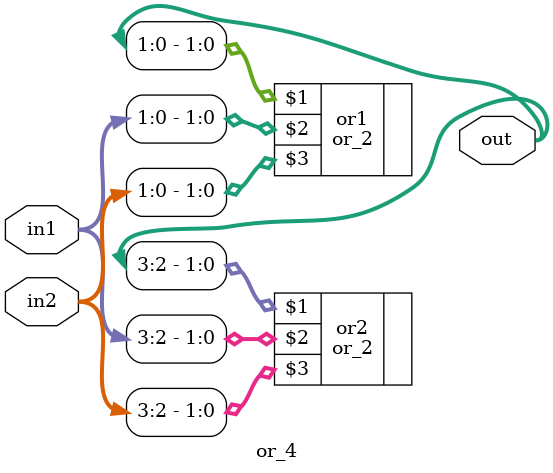
<source format=v>
module or_4(out, in1, in2);

	input [3:0] in1, in2;
	output [3:0] out;
	
	or_2 or1(out[1:0], in1[1:0], in2[1:0]);
	or_2 or2(out[3:2], in1[3:2], in2[3:2]);
	
endmodule

</source>
